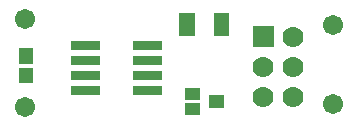
<source format=gts>
G04 Layer: TopSolderMaskLayer*
G04 EasyEDA v6.4.7, 2020-09-27T20:21:07--7:00*
G04 b775d1b0149e4be3966f09abf6165722,d038363d4a56431e906f153f78f79391,10*
G04 Gerber Generator version 0.2*
G04 Scale: 100 percent, Rotated: No, Reflected: No *
G04 Dimensions in millimeters *
G04 leading zeros omitted , absolute positions ,3 integer and 3 decimal *
%FSLAX33Y33*%
%MOMM*%
G90*
D02*

%ADD24C,1.778000*%
%ADD30C,1.703197*%

%LPD*%
G54D24*
G01X24539Y101798D03*
G01X21999Y101798D03*
G01X24539Y104338D03*
G01X21999Y104338D03*
G01X24539Y106878D03*
G36*
G01X21109Y105987D02*
G01X21109Y107765D01*
G01X22887Y107765D01*
G01X22887Y105987D01*
G01X21109Y105987D01*
G37*
G36*
G01X17813Y106899D02*
G01X17813Y108855D01*
G01X19133Y108855D01*
G01X19133Y106899D01*
G01X17813Y106899D01*
G37*
G36*
G01X14866Y106899D02*
G01X14866Y108855D01*
G01X16187Y108855D01*
G01X16187Y106899D01*
G01X14866Y106899D01*
G37*
G36*
G01X5770Y105731D02*
G01X5770Y106544D01*
G01X8183Y106544D01*
G01X8183Y105731D01*
G01X5770Y105731D01*
G37*
G36*
G01X5770Y104461D02*
G01X5770Y105274D01*
G01X8183Y105274D01*
G01X8183Y104461D01*
G01X5770Y104461D01*
G37*
G36*
G01X5770Y103191D02*
G01X5770Y104004D01*
G01X8183Y104004D01*
G01X8183Y103191D01*
G01X5770Y103191D01*
G37*
G36*
G01X5770Y101921D02*
G01X5770Y102734D01*
G01X8183Y102734D01*
G01X8183Y101921D01*
G01X5770Y101921D01*
G37*
G36*
G01X11003Y101921D02*
G01X11003Y102734D01*
G01X13416Y102734D01*
G01X13416Y101921D01*
G01X11003Y101921D01*
G37*
G36*
G01X11003Y103191D02*
G01X11003Y104004D01*
G01X13416Y104004D01*
G01X13416Y103191D01*
G01X11003Y103191D01*
G37*
G36*
G01X11003Y104461D02*
G01X11003Y105274D01*
G01X13416Y105274D01*
G01X13416Y104461D01*
G01X11003Y104461D01*
G37*
G36*
G01X11003Y105731D02*
G01X11003Y106544D01*
G01X13416Y106544D01*
G01X13416Y105731D01*
G01X11003Y105731D01*
G37*
G36*
G01X1315Y104598D02*
G01X1315Y105901D01*
G01X2519Y105901D01*
G01X2519Y104598D01*
G01X1315Y104598D01*
G37*
G36*
G01X1315Y102922D02*
G01X1315Y104225D01*
G01X2519Y104225D01*
G01X2519Y102922D01*
G01X1315Y102922D01*
G37*
G36*
G01X17386Y100864D02*
G01X17386Y101893D01*
G01X18643Y101893D01*
G01X18643Y100864D01*
G01X17386Y100864D01*
G37*
G36*
G01X15354Y100204D02*
G01X15354Y101233D01*
G01X16611Y101233D01*
G01X16611Y100204D01*
G01X15354Y100204D01*
G37*
G36*
G01X15354Y101525D02*
G01X15354Y102553D01*
G01X16611Y102553D01*
G01X16611Y101525D01*
G01X15354Y101525D01*
G37*
G54D30*
G01X1872Y108378D03*
G01X1872Y100878D03*
G01X27872Y107878D03*
G01X27872Y101128D03*
M00*
M02*

</source>
